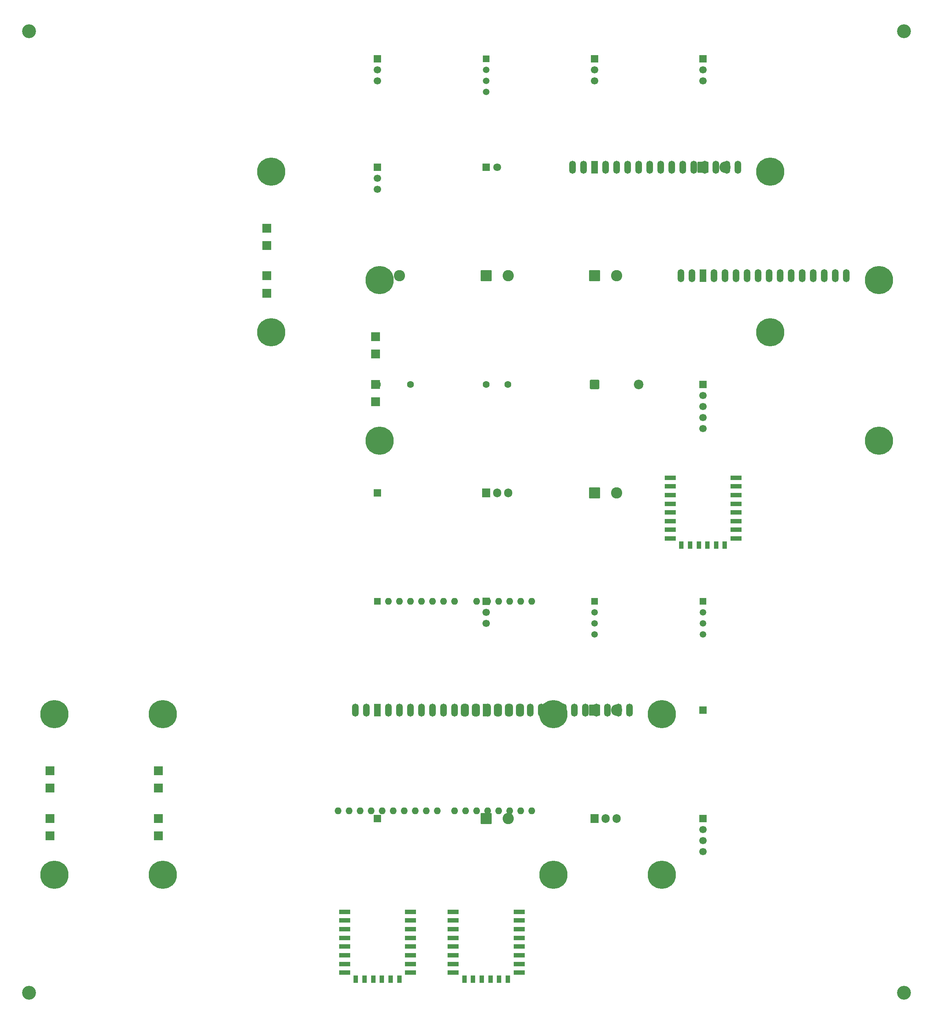
<source format=gts>
%TF.GenerationSoftware,KiCad,Pcbnew,9.0.7*%
%TF.CreationDate,2026-02-17T01:20:27+05:30*%
%TF.ProjectId,design,64657369-676e-42e6-9b69-6361645f7063,rev?*%
%TF.SameCoordinates,Original*%
%TF.FileFunction,Soldermask,Top*%
%TF.FilePolarity,Negative*%
%FSLAX46Y46*%
G04 Gerber Fmt 4.6, Leading zero omitted, Abs format (unit mm)*
G04 Created by KiCad (PCBNEW 9.0.7) date 2026-02-17 01:20:27*
%MOMM*%
%LPD*%
G01*
G04 APERTURE LIST*
G04 Aperture macros list*
%AMRoundRect*
0 Rectangle with rounded corners*
0 $1 Rounding radius*
0 $2 $3 $4 $5 $6 $7 $8 $9 X,Y pos of 4 corners*
0 Add a 4 corners polygon primitive as box body*
4,1,4,$2,$3,$4,$5,$6,$7,$8,$9,$2,$3,0*
0 Add four circle primitives for the rounded corners*
1,1,$1+$1,$2,$3*
1,1,$1+$1,$4,$5*
1,1,$1+$1,$6,$7*
1,1,$1+$1,$8,$9*
0 Add four rect primitives between the rounded corners*
20,1,$1+$1,$2,$3,$4,$5,0*
20,1,$1+$1,$4,$5,$6,$7,0*
20,1,$1+$1,$6,$7,$8,$9,0*
20,1,$1+$1,$8,$9,$2,$3,0*%
G04 Aperture macros list end*
%ADD10R,1.700000X1.700000*%
%ADD11C,1.700000*%
%ADD12R,2.500000X1.000000*%
%ADD13R,1.000000X1.800000*%
%ADD14RoundRect,0.250000X-1.050000X-1.050000X1.050000X-1.050000X1.050000X1.050000X-1.050000X1.050000X0*%
%ADD15C,2.600000*%
%ADD16C,3.200000*%
%ADD17R,1.905000X2.000000*%
%ADD18O,1.905000X2.000000*%
%ADD19R,1.500000X1.500000*%
%ADD20C,1.500000*%
%ADD21R,1.600000X1.600000*%
%ADD22O,1.600000X1.600000*%
%ADD23C,6.500000*%
%ADD24R,1.500000X3.000000*%
%ADD25O,1.500000X3.000000*%
%ADD26R,2.000000X2.000000*%
%ADD27C,1.600000*%
%ADD28RoundRect,0.249999X-0.850001X-0.850001X0.850001X-0.850001X0.850001X0.850001X-0.850001X0.850001X0*%
%ADD29C,2.200000*%
%ADD30R,1.800000X1.800000*%
%ADD31C,1.800000*%
G04 APERTURE END LIST*
D10*
%TO.C,U55*%
X125000000Y-225000000D03*
D11*
X125000000Y-227540000D03*
X125000000Y-230080000D03*
X125000000Y-232620000D03*
%TD*%
D12*
%TO.C,U58*%
X67400000Y-246500000D03*
X67400000Y-248500000D03*
X67400000Y-250500000D03*
X67400000Y-252500000D03*
X67400000Y-254500000D03*
X67400000Y-256500000D03*
X67400000Y-258500000D03*
X67400000Y-260500000D03*
D13*
X70000000Y-262000000D03*
X72000000Y-262000000D03*
X74000000Y-262000000D03*
X76000000Y-262000000D03*
X78000000Y-262000000D03*
X80000000Y-262000000D03*
D12*
X82600000Y-260500000D03*
X82600000Y-258500000D03*
X82600000Y-256500000D03*
X82600000Y-254500000D03*
X82600000Y-252500000D03*
X82600000Y-250500000D03*
X82600000Y-248500000D03*
X82600000Y-246500000D03*
%TD*%
D14*
%TO.C,M18*%
X75000000Y-100000000D03*
D15*
X80080000Y-100000000D03*
%TD*%
D12*
%TO.C,U32*%
X117400000Y-146500000D03*
X117400000Y-148500000D03*
X117400000Y-150500000D03*
X117400000Y-152500000D03*
X117400000Y-154500000D03*
X117400000Y-156500000D03*
X117400000Y-158500000D03*
X117400000Y-160500000D03*
D13*
X120000000Y-162000000D03*
X122000000Y-162000000D03*
X124000000Y-162000000D03*
X126000000Y-162000000D03*
X128000000Y-162000000D03*
X130000000Y-162000000D03*
D12*
X132600000Y-160500000D03*
X132600000Y-158500000D03*
X132600000Y-156500000D03*
X132600000Y-154500000D03*
X132600000Y-152500000D03*
X132600000Y-150500000D03*
X132600000Y-148500000D03*
X132600000Y-146500000D03*
%TD*%
D10*
%TO.C,U10*%
X50000000Y-75000000D03*
D11*
X50000000Y-77540000D03*
X50000000Y-80080000D03*
%TD*%
D16*
%TO.C,REF\u002A\u002A*%
X-30275000Y-43651750D03*
%TD*%
D14*
%TO.C,M19*%
X100000000Y-100000000D03*
D15*
X105080000Y-100000000D03*
%TD*%
D17*
%TO.C,U54*%
X100000000Y-225000000D03*
D18*
X102540000Y-225000000D03*
X105080000Y-225000000D03*
%TD*%
D19*
%TO.C,U39*%
X125000000Y-175000000D03*
D20*
X125000000Y-177540000D03*
X125000000Y-180080000D03*
X125000000Y-182620000D03*
%TD*%
D14*
%TO.C,M16*%
X125000000Y-75000000D03*
D15*
X130080000Y-75000000D03*
%TD*%
D10*
%TO.C,U52*%
X50000000Y-225000000D03*
%TD*%
%TO.C,U26*%
X125000000Y-125000000D03*
D11*
X125000000Y-127540000D03*
X125000000Y-130080000D03*
X125000000Y-132620000D03*
X125000000Y-135160000D03*
%TD*%
D21*
%TO.C,U35*%
X50000000Y-175000000D03*
D22*
X52540000Y-175000000D03*
X55080000Y-175000000D03*
X57620000Y-175000000D03*
X60160000Y-175000000D03*
X62700000Y-175000000D03*
X65240000Y-175000000D03*
X67780000Y-175000000D03*
X72860000Y-175000000D03*
X75400000Y-175000000D03*
X77940000Y-175000000D03*
X80480000Y-175000000D03*
X83020000Y-175000000D03*
X85560000Y-175000000D03*
X85560000Y-223260000D03*
X83020000Y-223260000D03*
X80480000Y-223260000D03*
X77940000Y-223260000D03*
X75400000Y-223260000D03*
X72860000Y-223260000D03*
X70320000Y-223260000D03*
X67780000Y-223260000D03*
X63720000Y-223260000D03*
X61180000Y-223260000D03*
X58640000Y-223260000D03*
X56100000Y-223260000D03*
X53560000Y-223260000D03*
X51020000Y-223260000D03*
X48480000Y-223260000D03*
X45940000Y-223260000D03*
X43400000Y-223260000D03*
X40860000Y-223260000D03*
%TD*%
D14*
%TO.C,BT53*%
X75000000Y-225000000D03*
D15*
X80080000Y-225000000D03*
%TD*%
D10*
%TO.C,U3*%
X50000000Y-50000000D03*
D11*
X50000000Y-52540000D03*
X50000000Y-55080000D03*
%TD*%
D19*
%TO.C,U38*%
X100000000Y-175000000D03*
D20*
X100000000Y-177540000D03*
X100000000Y-180080000D03*
X100000000Y-182620000D03*
%TD*%
D19*
%TO.C,U4*%
X75000000Y-50000000D03*
D20*
X75000000Y-52540000D03*
X75000000Y-55080000D03*
X75000000Y-57620000D03*
%TD*%
D12*
%TO.C,U57*%
X42400000Y-246500000D03*
X42400000Y-248500000D03*
X42400000Y-250500000D03*
X42400000Y-252500000D03*
X42400000Y-254500000D03*
X42400000Y-256500000D03*
X42400000Y-258500000D03*
X42400000Y-260500000D03*
D13*
X45000000Y-262000000D03*
X47000000Y-262000000D03*
X49000000Y-262000000D03*
X51000000Y-262000000D03*
X53000000Y-262000000D03*
X55000000Y-262000000D03*
D12*
X57600000Y-260500000D03*
X57600000Y-258500000D03*
X57600000Y-256500000D03*
X57600000Y-254500000D03*
X57600000Y-252500000D03*
X57600000Y-250500000D03*
X57600000Y-248500000D03*
X57600000Y-246500000D03*
%TD*%
D23*
%TO.C,U46*%
X500000Y-201000000D03*
X500000Y-238000000D03*
X115500000Y-201000000D03*
X115500000Y-238000000D03*
D24*
X75000000Y-200000000D03*
D25*
X77540000Y-200000000D03*
X80080000Y-200000000D03*
X82620000Y-200000000D03*
X85160000Y-200000000D03*
X87700000Y-200000000D03*
X90240000Y-200000000D03*
X92780000Y-200000000D03*
X95320000Y-200000000D03*
X97860000Y-200000000D03*
X100400000Y-200000000D03*
X102940000Y-200000000D03*
X105480000Y-200000000D03*
X108020000Y-200000000D03*
X72460000Y-200000000D03*
X69920000Y-200000000D03*
D26*
X-500000Y-214000000D03*
X-500000Y-225000000D03*
X-500000Y-218000000D03*
X-500000Y-229000000D03*
%TD*%
D10*
%TO.C,U9*%
X125000000Y-50000000D03*
D11*
X125000000Y-52540000D03*
X125000000Y-55080000D03*
%TD*%
D23*
%TO.C,U45*%
X-24500000Y-201000000D03*
X-24500000Y-238000000D03*
X90500000Y-201000000D03*
X90500000Y-238000000D03*
D24*
X50000000Y-200000000D03*
D25*
X52540000Y-200000000D03*
X55080000Y-200000000D03*
X57620000Y-200000000D03*
X60160000Y-200000000D03*
X62700000Y-200000000D03*
X65240000Y-200000000D03*
X67780000Y-200000000D03*
X70320000Y-200000000D03*
X72860000Y-200000000D03*
X75400000Y-200000000D03*
X77940000Y-200000000D03*
X80480000Y-200000000D03*
X83020000Y-200000000D03*
X47460000Y-200000000D03*
X44920000Y-200000000D03*
D26*
X-25500000Y-214000000D03*
X-25500000Y-225000000D03*
X-25500000Y-218000000D03*
X-25500000Y-229000000D03*
%TD*%
D27*
%TO.C,C23*%
X75000000Y-125000000D03*
X80000000Y-125000000D03*
%TD*%
D23*
%TO.C,U21*%
X50500000Y-101000000D03*
X50500000Y-138000000D03*
X165500000Y-101000000D03*
X165500000Y-138000000D03*
D24*
X125000000Y-100000000D03*
D25*
X127540000Y-100000000D03*
X130080000Y-100000000D03*
X132620000Y-100000000D03*
X135160000Y-100000000D03*
X137700000Y-100000000D03*
X140240000Y-100000000D03*
X142780000Y-100000000D03*
X145320000Y-100000000D03*
X147860000Y-100000000D03*
X150400000Y-100000000D03*
X152940000Y-100000000D03*
X155480000Y-100000000D03*
X158020000Y-100000000D03*
X122460000Y-100000000D03*
X119920000Y-100000000D03*
D26*
X49500000Y-114000000D03*
X49500000Y-125000000D03*
X49500000Y-118000000D03*
X49500000Y-129000000D03*
%TD*%
D28*
%TO.C,D25*%
X100000000Y-125000000D03*
D29*
X110160000Y-125000000D03*
%TD*%
D16*
%TO.C,REF\u002A\u002A*%
X171275000Y-43651750D03*
%TD*%
D10*
%TO.C,J51*%
X125000000Y-200000000D03*
%TD*%
D17*
%TO.C,U29*%
X75000000Y-150000000D03*
D18*
X77540000Y-150000000D03*
X80080000Y-150000000D03*
%TD*%
D14*
%TO.C,BT30*%
X100000000Y-150000000D03*
D15*
X105080000Y-150000000D03*
%TD*%
D10*
%TO.C,J27*%
X50000000Y-150000000D03*
%TD*%
D14*
%TO.C,M17*%
X50000000Y-100000000D03*
D15*
X55080000Y-100000000D03*
%TD*%
D23*
%TO.C,U13*%
X25500000Y-76000000D03*
X25500000Y-113000000D03*
X140500000Y-76000000D03*
X140500000Y-113000000D03*
D24*
X100000000Y-75000000D03*
D25*
X102540000Y-75000000D03*
X105080000Y-75000000D03*
X107620000Y-75000000D03*
X110160000Y-75000000D03*
X112700000Y-75000000D03*
X115240000Y-75000000D03*
X117780000Y-75000000D03*
X120320000Y-75000000D03*
X122860000Y-75000000D03*
X125400000Y-75000000D03*
X127940000Y-75000000D03*
X130480000Y-75000000D03*
X133020000Y-75000000D03*
X97460000Y-75000000D03*
X94920000Y-75000000D03*
D26*
X24500000Y-89000000D03*
X24500000Y-100000000D03*
X24500000Y-93000000D03*
X24500000Y-104000000D03*
%TD*%
D16*
%TO.C,REF\u002A\u002A*%
X-30275000Y-265125000D03*
%TD*%
D10*
%TO.C,U5*%
X100000000Y-50000000D03*
D11*
X100000000Y-52540000D03*
X100000000Y-55080000D03*
%TD*%
D16*
%TO.C,REF\u002A\u002A*%
X171275000Y-265125000D03*
%TD*%
D14*
%TO.C,M48*%
X100000000Y-200000000D03*
D15*
X105080000Y-200000000D03*
%TD*%
D30*
%TO.C,D12*%
X75000000Y-75000000D03*
D31*
X77540000Y-75000000D03*
%TD*%
D27*
%TO.C,R22*%
X50000000Y-125000000D03*
X57620000Y-125000000D03*
%TD*%
D10*
%TO.C,U37*%
X75000000Y-175000000D03*
D11*
X75000000Y-177540000D03*
X75000000Y-180080000D03*
%TD*%
M02*

</source>
